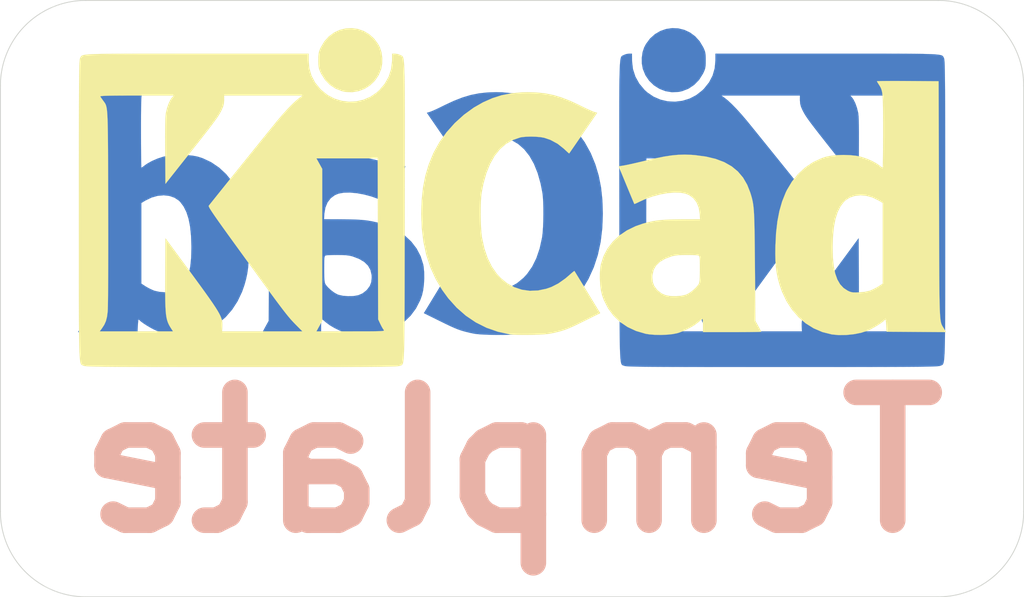
<source format=kicad_pcb>
(kicad_pcb (version 20240108) (generator "pcbnew") (generator_version "8.0")
  (title_block (title "${title}") (rev "${revision}") (company "${company}") (comment 1 "author: ${author}") (comment 2 "pid: ${pid}"))
  (layers (0 "F.Cu" signal) (31 "B.Cu" signal) (34 "B.Paste" user) (35 "F.Paste" user) (36 "B.SilkS" user "B.Silkscreen") (37 "F.SilkS" user "F.Silkscreen") (38 "B.Mask" user) (39 "F.Mask" user) (44 "Edge.Cuts" user))
  (property "author" "Author Name")
  (property "company" "Company Name")
  (property "pid" "project id")
  (property "revision" "0.1.0")
  (property "title" "template")
  (net 0 "")
  (footprint "Symbol:KiCad-Logo_40mm_SilkScreen" (layer "F.Cu") (at 160 53)
    (property "Reference" "REF**" (hide yes))
    (property "Value" "KiCad-Logo_40mm_SilkScreen" (hide yes))
    (fp_poly (pts (xy -18.076147 -19.650519) (xy -17.392473 -19.413475) (xy -16.755948 -19.040369) (xy -16.187475 -18.531249) (xy -15.707957 -17.886164) (xy -15.492558 -17.47957) (xy -15.306139 -16.910856) (xy -15.215783 -16.254297) (xy -15.225791 -15.579316) (xy -15.336888 -14.967668) (xy -15.640538 -14.220254) (xy -16.080859 -13.571926) (xy -16.635471 -13.035442) (xy -17.281992 -12.623556) (xy -17.998045 -12.349026) (xy -18.761249 -12.224609) (xy -19.549223 -12.26306) (xy -19.937635 -12.345233) (xy -20.694616 -12.639697) (xy -21.366937 -13.089033) (xy -21.938382 -13.679389) (xy -22.392732 -14.396911) (xy -22.431172 -14.475269) (xy -22.564057 -14.769316) (xy -22.647495 -15.016965) (xy -22.692796 -15.278216) (xy -22.711271 -15.613068) (xy -22.714337 -15.977419) (xy -22.709267 -16.415171) (xy -22.68638 -16.731635) (xy -22.634165 -16.987491) (xy -22.541108 -17.243421) (xy -22.426241 -17.495922) (xy -21.997791 -18.212699) (xy -21.470172 -18.793068) (xy -20.864288 -19.237078) (xy -20.201041 -19.544779) (xy -19.501333 -19.71622) (xy -18.786068 -19.75145) (xy -18.076147 -19.650519)) (stroke (width 0.01)) (fill solid) (layer "F.SilkS"))
    (fp_poly (pts (xy 2.91731 -12.197409) (xy 3.899021 -12.089935) (xy 4.850132 -11.897568) (xy 5.809334 -11.610276) (xy 6.81532 -11.218022) (xy 7.90678 -10.710775) (xy 8.103339 -10.612522) (xy 8.554413 -10.3903) (xy 8.979838 -10.190201) (xy 9.337626 -10.031336) (xy 9.585788 -9.932816) (xy 9.62391 -9.920412) (xy 9.989247 -9.810954) (xy 8.353853 -7.431821) (xy 7.954021 -6.85035) (xy 7.588463 -6.3191) (xy 7.269611 -5.856106) (xy 7.009897 -5.479405) (xy 6.821751 -5.207034) (xy 6.717605 -5.057029) (xy 6.700685 -5.033272) (xy 6.631963 -5.082943) (xy 6.462798 -5.232265) (xy 6.223446 -5.454115) (xy 6.091353 -5.579509) (xy 5.342942 -6.174774) (xy 4.502422 -6.627107) (xy 3.778136 -6.874876) (xy 3.343358 -6.952689) (xy 2.798978 -7.000108) (xy 2.209023 -7.016253) (xy 1.63752 -7.000245) (xy 1.148496 -6.951206) (xy 0.953357 -6.913649) (xy 0.073824 -6.611051) (xy -0.718739 -6.149014) (xy -1.423747 -5.528383) (xy -2.040612 -4.750003) (xy -2.568748 -3.814719) (xy -3.007568 -2.723375) (xy -3.356485 -1.476817) (xy -3.56385 -0.409678) (xy -3.617951 0.061422) (xy -3.654812 0.670014) (xy -3.67479 1.372365) (xy -3.678241 2.12474) (xy -3.665521 2.883406) (xy -3.636987 3.604629) (xy -3.592995 4.244675) (xy -3.5339 4.759809) (xy -3.521108 4.839288) (xy -3.239164 6.119535) (xy -2.855014 7.252612) (xy -2.366323 8.243595) (xy -1.770752 9.09756) (xy -1.348 9.559251) (xy -0.588248 10.186092) (xy 0.24496 10.650735) (xy 1.137568 10.950651) (xy 2.075522 11.083312) (xy 3.044766 11.04619) (xy 4.031244 10.836755) (xy 4.614467 10.631824) (xy 5.421553 10.221455) (xy 6.253401 9.632791) (xy 6.719365 9.234707) (xy 6.981005 9.004303) (xy 7.186568 8.835264) (xy 7.303576 8.753812) (xy 7.3181 8.751327) (xy 7.370325 8.834557) (xy 7.505643 9.054495) (xy 7.712525 9.392285) (xy 7.979445 9.829072) (xy 8.294876 10.346001) (xy 8.647289 10.924217) (xy 8.843446 11.246321) (xy 10.341756 13.707338) (xy 8.471057 14.631832) (xy 7.794681 14.963908) (xy 7.246759 15.225765) (xy 6.793798 15.430409) (xy 6.402305 15.590844) (xy 6.038789 15.720076) (xy 5.669755 15.83111) (xy 5.261713 15.936952) (xy 4.870609 16.029898) (xy 4.522985 16.101819) (xy 4.15944 16.156171) (xy 3.743579 16.19597) (xy 3.23901 16.224232) (xy 2.609337 16.243975) (xy 2.184946 16.252496) (xy 1.579411 16.258312) (xy 0.998779 16.25538) (xy 0.481476 16.244535) (xy 0.065926 16.226613) (xy -0.209446 16.20245) (xy -0.225764 16.200041) (xy -1.655696 15.890683) (xy -2.998501 15.421498) (xy -4.253705 14.792797) (xy -5.420838 14.004888) (xy -6.499426 13.058081) (xy -7.488997 11.952685) (xy -8.20567 10.970251) (xy -8.968629 9.684328) (xy -9.585369 8.326319) (xy -10.058872 6.885334) (xy -10.392119 5.350487) (xy -10.588094 3.71089) (xy -10.649836 2.045999) (xy -10.599056 0.435447) (xy -10.43948 -1.050525) (xy -10.166037 -2.436981) (xy -9.773656 -3.748987) (xy -9.257267 -5.011607) (xy -9.195608 -5.142417) (xy -8.516313 -6.365201) (xy -7.681992 -7.528801) (xy -6.716282 -8.609133) (xy -5.64282 -9.582111) (xy -4.485245 -10.423652) (xy -3.406621 -11.040952) (xy -2.316985 -11.524433) (xy -1.225036 -11.874656) (xy -0.088504 -12.101157) (xy 1.134884 -12.213466) (xy 1.866308 -12.230025) (xy 2.91731 -12.197409)) (stroke (width 0.01)) (fill solid) (layer "F.SilkS"))
    (fp_poly (pts (xy 45.369891 -13.54794) (xy 46.144181 -13.544763) (xy 46.407347 -13.543159) (xy 50.026164 -13.519355) (xy 50.071684 0.364158) (xy 50.077696 2.246803) (xy 50.083028 3.956215) (xy 50.088021 5.501238) (xy 50.09302 6.890713) (xy 50.098365 8.133485) (xy 50.1044 9.238396) (xy 50.111467 10.214289) (xy 50.119909 11.070007) (xy 50.130067 11.814393) (xy 50.142285 12.456291) (xy 50.156905 13.004543) (xy 50.174269 13.467992) (xy 50.19472 13.855482) (xy 50.2186 14.175855) (xy 50.246252 14.437954) (xy 50.278019 14.650623) (xy 50.314242 14.822704) (xy 50.355264 14.963041) (xy 50.401428 15.080476) (xy 50.453076 15.183852) (xy 50.510551 15.282014) (xy 50.574195 15.383802) (xy 50.644351 15.498062) (xy 50.658731 15.522399) (xy 50.899987 15.934072) (xy 43.926523 15.88638) (xy 43.881003 15.120475) (xy 43.856219 14.752911) (xy 43.830391 14.540408) (xy 43.795345 14.456089) (xy 43.742909 14.473075) (xy 43.698924 14.521661) (xy 43.507323 14.698639) (xy 43.195045 14.926123) (xy 42.806085 15.176933) (xy 42.384439 15.423889) (xy 41.974106 15.63981) (xy 41.659045 15.78187) (xy 40.920915 16.015316) (xy 40.074023 16.180681) (xy 39.180889 16.271648) (xy 38.304036 16.281896) (xy 37.505984 16.205109) (xy 37.492844 16.20291) (xy 36.400844 15.928898) (xy 35.378626 15.492334) (xy 34.436049 14.902602) (xy 33.582974 14.169086) (xy 32.82926 13.301171) (xy 32.184766 12.308241) (xy 31.659353 11.199679) (xy 31.37328 10.378495) (xy 31.18463 9.691484) (xy 31.044728 9.026224) (xy 30.949298 8.342301) (xy 30.894062 7.599302) (xy 30.874743 6.756816) (xy 30.8833 6.068873) (xy 37.601086 6.068873) (xy 37.632875 7.222441) (xy 37.733156 8.214891) (xy 37.905012 9.055032) (xy 38.151529 9.751673) (xy 38.475793 10.313622) (xy 38.880888 10.749687) (xy 39.348486 11.057951) (xy 39.591801 11.173031) (xy 39.802824 11.242025) (xy 40.038092 11.273589) (xy 40.354142 11.276384) (xy 40.694623 11.264094) (xy 41.364205 11.205034) (xy 41.893783 11.089378) (xy 42.060215 11.031445) (xy 42.44025 10.86034) (xy 42.841076 10.645476) (xy 43.016129 10.537921) (xy 43.471326 10.23935) (xy 43.471326 0.775687) (xy 42.970609 0.47555) (xy 42.272307 0.136409) (xy 41.558862 -0.064162) (xy 40.856366 -0.127347) (xy 40.190911 -0.054328) (xy 39.588591 0.15371) (xy 39.075497 0.495586) (xy 38.909938 0.659687) (xy 38.510874 1.197372) (xy 38.18788 1.848236) (xy 37.938259 2.623437) (xy 37.75931 3.534129) (xy 37.648333 4.59147) (xy 37.602631 5.806614) (xy 37.601086 6.068873) (xy 30.8833 6.068873) (xy 30.886863 5.78252) (xy 30.963608 4.283862) (xy 31.117927 2.932093) (xy 31.353882 1.707523) (xy 31.675538 0.590459) (xy 32.086958 -0.43879) (xy 32.233772 -0.743928) (xy 32.825136 -1.739012) (xy 33.539768 -2.623308) (xy 34.360865 -3.382541) (xy 35.271626 -4.002439) (xy 36.255247 -4.468726) (xy 36.844865 -4.661072) (xy 37.423929 -4.775259) (xy 38.120683 -4.843197) (xy 38.876715 -4.864916) (xy 39.633616 -4.840446) (xy 40.332974 -4.769817) (xy 40.894507 -4.659015) (xy 41.562859 -4.441727) (xy 42.21065 -4.16231) (xy 42.777416 -3.849067) (xy 43.07907 -3.636473) (xy 43.287147 -3.478387) (xy 43.432845 -3.382129) (xy 43.465987 -3.368459) (xy 43.476263 -3.45653) (xy 43.485844 -3.70887) (xy 43.494518 -4.107672) (xy 43.502072 -4.635125) (xy 43.508294 -5.273422) (xy 43.512971 -6.004753) (xy 43.515892 -6.811311) (xy 43.516845 -7.632843) (xy 43.516313 -8.685081) (xy 43.513695 -9.572209) (xy 43.507463 -10.311197) (xy 43.496085 -10.919013) (xy 43.478031 -11.412626) (xy 43.451773 -11.809004) (xy 43.415779 -12.125116) (xy 43.368519 -12.377932) (xy 43.308464 -12.584419) (xy 43.234084 -12.761547) (xy 43.143847 -12.926283) (xy 43.036225 -13.095598) (xy 43.022379 -13.116561) (xy 42.883571 -13.33585) (xy 42.799766 -13.486641) (xy 42.78853 -13.518448) (xy 42.876343 -13.528483) (xy 43.126897 -13.536647) (xy 43.520859 -13.542806) (xy 44.038899 -13.546829) (xy 44.661687 -13.548585) (xy 45.369891 -13.54794)) (stroke (width 0.01)) (fill solid) (layer "F.SilkS"))
    (fp_poly (pts (xy 21.003171 -4.878774) (xy 21.45424 -4.84463) (xy 22.744807 -4.672925) (xy 23.887739 -4.399057) (xy 24.888601 -4.019258) (xy 25.752962 -3.529759) (xy 26.486389 -2.926793) (xy 27.094447 -2.206592) (xy 27.582705 -1.365386) (xy 27.939238 -0.455197) (xy 28.029739 -0.164862) (xy 28.108547 0.107024) (xy 28.17659 0.375097) (xy 28.234799 0.653997) (xy 28.284101 0.958361) (xy 28.325426 1.302825) (xy 28.359703 1.70203) (xy 28.387861 2.170611) (xy 28.410829 2.723206) (xy 28.429537 3.374454) (xy 28.444913 4.138993) (xy 28.457886 5.031459) (xy 28.469385 6.066491) (xy 28.48034 7.258726) (xy 28.488172 8.193548) (xy 28.54086 14.611828) (xy 28.882258 15.229478) (xy 29.043918 15.527037) (xy 29.16422 15.758161) (xy 29.221612 15.88118) (xy 29.223655 15.889514) (xy 29.135934 15.899051) (xy 28.886037 15.907838) (xy 28.49387 15.915629) (xy 27.979334 15.922176) (xy 27.362335 15.927233) (xy 26.662776 15.930551) (xy 25.900559 15.931885) (xy 25.809677 15.9319) (xy 22.395698 15.9319) (xy 22.395698 15.158064) (xy 22.389877 14.808356) (xy 22.374342 14.540903) (xy 22.351989 14.397504) (xy 22.342108 14.384229) (xy 22.251745 14.439834) (xy 22.065771 14.58577) (xy 21.824052 14.790719) (xy 21.818632 14.79546) (xy 21.377526 15.123867) (xy 20.820444 15.45363) (xy 20.210334 15.752354) (xy 19.610143 15.987643) (xy 19.345878 16.068048) (xy 18.819971 16.170172) (xy 18.174659 16.23534) (xy 17.469013 16.262623) (xy 16.762107 16.251091) (xy 16.113014 16.199817) (xy 15.658781 16.126036) (xy 14.544848 15.798921) (xy 13.542011 15.33273) (xy 12.656799 14.733247) (xy 11.895737 14.006255) (xy 11.265354 13.157538) (xy 10.772177 12.19288) (xy 10.559416 11.607527) (xy 10.426077 11.038589) (xy 10.337711 10.355595) (xy 10.296824 9.621547) (xy 10.298169 9.514735) (xy 16.455376 9.514735) (xy 16.506434 10.060177) (xy 16.67645 10.513474) (xy 16.990683 10.934026) (xy 17.111371 11.057344) (xy 17.540401 11.390736) (xy 18.036283 11.604313) (xy 18.630379 11.707699) (xy 19.255996 11.715309) (xy 19.849381 11.665047) (xy 20.303708 11.566736) (xy 20.501021 11.492896) (xy 20.856651 11.291652) (xy 21.233458 11.008631) (xy 21.577251 10.690985) (xy 21.833836 10.385867) (xy 21.901971 10.273938) (xy 21.954936 10.117191) (xy 21.992594 9.867776) (xy 22.016697 9.501867) (xy 22.029001 8.99564) (xy 22.031541 8.51385) (xy 22.02982 7.952147) (xy 22.022869 7.545996) (xy 22.008007 7.268886) (xy 21.982552 7.094308) (xy 21.943822 6.995752) (xy 21.889136 6.946709) (xy 21.872222 6.938899) (xy 21.725236 6.914842) (xy 21.435336 6.895167) (xy 21.041669 6.881645) (xy 20.583381 6.87605) (xy 20.48387 6.876045) (xy 19.871287 6.885821) (xy 19.398025 6.914898) (xy 19.021971 6.967257) (xy 18.711342 7.043727) (xy 17.94082 7.335118) (xy 17.336578 7.693368) (xy 16.893383 8.124207) (xy 16.606004 8.633366) (xy 16.469209 9.226574) (xy 16.455376 9.514735) (xy 10.298169 9.514735) (xy 10.305921 8.899447) (xy 10.367509 8.252296) (xy 10.415548 7.99084) (xy 10.722301 7.020058) (xy 11.188746 6.126847) (xy 11.806079 5.319773) (xy 12.565495 4.607404) (xy 13.45819 3.998307) (xy 14.475358 3.501049) (xy 15.340143 3.19909) (xy 15.918114 3.040453) (xy 16.470941 2.917185) (xy 17.034431 2.825285) (xy 17.644392 2.760748) (xy 18.336632 2.719572) (xy 19.146958 2.697754) (xy 19.879575 2.69161) (xy 22.051981 2.685663) (xy 22.010366 2.03266) (xy 21.89219 1.324142) (xy 21.640804 0.715144) (xy 21.266911 0.220872) (xy 20.781213 -0.143467) (xy 20.353547 -0.321253) (xy 19.740784 -0.433301) (xy 19.011314 -0.449391) (xy 18.199333 -0.375456) (xy 17.339036 -0.217427) (xy 16.464618 0.018764) (xy 15.610274 0.327185) (xy 14.989415 0.60926) (xy 14.690704 0.754105) (xy 14.462863 0.855269) (xy 14.346992 0.894743) (xy 14.340703 0.893477) (xy 14.300718 0.805059) (xy 14.200874 0.5707) (xy 14.050567 0.212851) (xy 13.85919 -0.246033) (xy 13.636141 -0.783502) (xy 13.409414 -1.332016) (xy 12.502991 -3.528906) (xy 13.147732 -3.634804) (xy 13.427183 -3.687937) (xy 13.847277 -3.777176) (xy 14.372026 -3.894422) (xy 14.965445 -4.031572) (xy 15.591545 -4.180526) (xy 15.84086 -4.241057) (xy 16.919461 -4.491229) (xy 17.863774 -4.678792) (xy 18.70905 -4.807538) (xy 19.49054 -4.881257) (xy 20.243497 -4.903739) (xy 21.003171 -4.878774)) (stroke (width 0.01)) (fill solid) (layer "F.SilkS"))
    (fp_poly (pts (xy -39.491485 -16.751528) (xy -37.737477 -16.751291) (xy -36.921009 -16.751255) (xy -23.85233 -16.751255) (xy -23.85233 -15.980888) (xy -23.770106 -15.043413) (xy -23.521945 -14.178803) (xy -23.10562 -13.381919) (xy -22.5189 -12.647621) (xy -22.320394 -12.449301) (xy -21.606317 -11.886763) (xy -20.818964 -11.476492) (xy -19.981722 -11.2183) (xy -19.117975 -11.112002) (xy -18.251109 -11.157412) (xy -17.404509 -11.354343) (xy -16.601561 -11.702608) (xy -15.865651 -12.202023) (xy -15.535143 -12.503329) (xy -14.919243 -13.24208) (xy -14.467612 -14.054462) (xy -14.184187 -14.931191) (xy -14.072906 -15.86298) (xy -14.071427 -15.954645) (xy -14.065592 -16.751225) (xy -13.715481 -16.75124) (xy -13.4049 -16.709089) (xy -13.121185 -16.606531) (xy -13.102436 -16.595936) (xy -13.038357 -16.562687) (xy -12.979514 -16.536793) (xy -12.925693 -16.510711) (xy -12.876683 -16.476899) (xy -12.832269 -16.427815) (xy -12.79224 -16.355917) (xy -12.756384 -16.253662) (xy -12.724486 -16.113509) (xy -12.696335 -15.927914) (xy -12.671718 -15.689336) (xy -12.650423 -15.390232) (xy -12.632236 -15.023061) (xy -12.616945 -14.58028) (xy -12.604337 -14.054346) (xy -12.5942 -13.437718) (xy -12.586321 -12.722853) (xy -12.580488 -11.902209) (xy -12.576487 -10.968244) (xy -12.574107 -9.913415) (xy -12.573133 -8.730181) (xy -12.573355 -7.410998) (xy -12.574558 -5.948326) (xy -12.576531 -4.334621) (xy -12.579061 -2.562341) (xy -12.581935 -0.623944) (xy -12.58494 1.488112) (xy -12.585289 1.745431) (xy -12.587983 3.870956) (xy -12.59027 5.821942) (xy -12.59239 7.605928) (xy -12.594587 9.230453) (xy -12.597101 10.703056) (xy -12.600176 12.031275) (xy -12.604053 13.222649) (xy -12.608975 14.284718) (xy -12.615183 15.225019) (xy -12.62292 16.051093) (xy -12.632428 16.770477) (xy -12.643949 17.39071) (xy -12.657725 17.919332) (xy -12.673999 18.363881) (xy -12.693012 18.731896) (xy -12.715006 19.030916) (xy -12.740224 19.26848) (xy -12.768908 19.452126) (xy -12.8013 19.589393) (xy -12.837641 19.687821) (xy -12.878175 19.754948) (xy -12.923144 19.798312) (xy -12.972788 19.825453) (xy -13.027352 19.84391) (xy -13.087076 19.861221) (xy -13.152202 19.884925) (xy -13.168112 19.892141) (xy -13.218114 19.908355) (xy -13.301802 19.923253) (xy -13.426485 19.936887) (xy -13.599471 19.94931) (xy -13.828065 19.960576) (xy -14.119576 19.970737) (xy -14.481312 19.979847) (xy -14.920579 19.987958) (xy -15.444685 19.995123) (xy -16.060937 20.001396) (xy -16.776643 20.00683) (xy -17.599111 20.011478) (xy -18.535647 20.015392) (xy -19.593559 20.018625) (xy -20.780154 20.021232) (xy -22.10274 20.023264) (xy -23.568625 20.024775) (xy -25.185115 20.025818) (xy -26.959519 20.026446) (xy -28.899142 20.026711) (xy -31.011294 20.026668) (xy -31.69548 20.026601) (xy -33.854488 20.026254) (xy -35.838813 20.025688) (xy -37.655849 20.024843) (xy -39.31299 20.023662) (xy -40.817632 20.022088) (xy -42.17717 20.020062) (xy -43.398998 20.017527) (xy -44.490511 20.014425) (xy -45.459104 20.010698) (xy -46.312172 20.006289) (xy -47.05711 20.001139) (xy -47.701312 19.995191) (xy -48.252174 19.988387) (xy -48.71709 19.980669) (xy -49.103455 19.97198) (xy -49.418664 19.962261) (xy -49.670112 19.951455) (xy -49.865193 19.939505) (xy -50.011304 19.926352) (xy -50.115837 19.911938) (xy -50.186189 19.896206) (xy -50.224542 19.8818) (xy -50.292704 19.853054) (xy -50.355289 19.831856) (xy -50.412534 19.810678) (xy -50.464674 19.781991) (xy -50.511947 19.738267) (xy -50.55459 19.671979) (xy -50.59284 19.575598) (xy -50.626933 19.441596) (xy -50.657107 19.262444) (xy -50.683599 19.030616) (xy -50.706646 18.738581) (xy -50.726484 18.378814) (xy -50.74335 17.943784) (xy -50.757482 17.425964) (xy -50.769116 16.817826) (xy -50.77849 16.111842) (xy -50.780944 15.84086) (xy -48.351202 15.84086) (xy -39.763289 15.84086) (xy -39.928536 15.590502) (xy -40.092924 15.333226) (xy -40.232131 15.088232) (xy -40.348136 14.838375) (xy -40.442921 14.56651) (xy -40.518466 14.255492) (xy -40.576749 13.888176) (xy -40.619752 13.447416) (xy -40.649455 12.916067) (xy -40.667837 12.276985) (xy -40.676879 11.513024) (xy -40.678561 10.607039) (xy -40.674863 9.541886) (xy -40.672766 9.14644) (xy -40.649104 4.907078) (xy -37.963441 8.563369) (xy -37.202597 9.600612) (xy -36.543417 10.50381) (xy -35.978782 11.284929) (xy -35.501577 11.955934) (xy -35.104682 12.528791) (xy -34.780981 13.015467) (xy -34.523355 13.427928) (xy -34.324688 13.778139) (xy -34.177862 14.078066) (xy -34.075758 14.339676) (xy -34.01126 14.574934) (xy -33.97725 14.795806) (xy -33.96661 15.014258) (xy -33.972223 15.242256) (xy -33.973655 15.270914) (xy -34.003226 15.841242) (xy -29.297454 15.841051) (xy -24.591681 15.84086) (xy -25.291719 15.134999) (xy -25.481679 14.94194) (xy -25.661886 14.754085) (xy -25.840251 14.561075) (xy -26.02468 14.352548) (xy -26.223084 14.118145) (xy -26.443369 13.847505) (xy -26.693446 13.530269) (xy -26.981223 13.156076) (xy -27.314608 12.714566) (xy -27.701511 12.195379) (xy -28.149839 11.588155) (xy -28.667501 10.882533) (xy -29.262407 10.068154) (xy -29.942464 9.134657) (xy -30.715582 8.071682) (xy -31.349271 7.199732) (xy -32.144574 6.104306) (xy -32.83836 5.146524) (xy -33.436914 4.31729) (xy -33.946522 3.607513) (xy -34.373468 3.008099) (xy -34.724038 2.509955) (xy -35.004517 2.103987) (xy -35.221189 1.781103) (xy -35.380341 1.532208) (xy -35.488256 1.34821) (xy -35.551219 1.220014) (xy -35.575517 1.138529) (xy -35.568213 1.095688) (xy -35.479709 0.981681) (xy -35.288359 0.74036) (xy -35.005709 0.386068) (xy -34.643305 -0.06685) (xy -34.212692 -0.604051) (xy -33.725418 -1.211191) (xy -33.193028 -1.873925) (xy -32.627068 -2.57791) (xy -32.039084 -3.308801) (xy -31.440622 -4.052256) (xy -31.111448 -4.460932) (xy -22.938491 -4.460932) (xy -22.598816 -3.846416) (xy -22.25914 -3.2319) (xy -22.25914 14.611828) (xy -22.598816 15.226344) (xy -22.938491 15.84086) (xy -18.920369 15.84086) (xy -17.961135 15.840581) (xy -17.168822 15.839323) (xy -16.528271 15.836451) (xy -16.024325 15.831332) (xy -15.641827 15.823334) (xy -15.365617 15.811822) (xy -15.180538 15.796163) (xy -15.071432 15.775724) (xy -15.023142 15.749871) (xy -15.020508 15.717971) (xy -15.048375 15.679391) (xy -15.048663 15.679072) (xy -15.163452 15.513024) (xy -15.315455 15.243035) (xy -15.449691 14.973516) (xy -15.704302 14.429749) (xy -15.730269 4.984409) (xy -15.756236 -4.460932) (xy -22.938491 -4.460932) (xy -31.111448 -4.460932) (xy -30.843229 -4.793929) (xy -30.258451 -5.519477) (xy -29.697832 -6.214555) (xy -29.172921 -6.864821) (xy -28.695262 -7.45593) (xy -28.276401 -7.973537) (xy -27.927886 -8.4033) (xy -27.661261 -8.730873) (xy -27.504658 -8.921864) (xy -26.896543 -9.636065) (xy -26.311506 -10.280566) (xy -25.770051 -10.834267) (xy -25.292682 -11.276067) (xy -24.953904 -11.546929) (xy -24.553327 -11.835126) (xy -33.766131 -11.835126) (xy -33.763545 -11.294512) (xy -33.789293 -10.897057) (xy -33.886094 -10.528578) (xy -34.035939 -10.179279) (xy -34.133346 -9.981947) (xy -34.238075 -9.786418) (xy -34.359694 -9.579712) (xy -34.50777 -9.348848) (xy -34.69187 -9.080847) (xy -34.921561 -8.762728) (xy -35.20641 -8.381511) (xy -35.555984 -7.924215) (xy -35.97985 -7.377859) (xy -36.487575 -6.729465) (xy -37.088727 -5.966051) (xy -37.792871 -5.074637) (xy -37.872402 -4.974056) (xy -40.649104 -1.462684) (xy -40.675985 -5.351593) (xy -40.681397 -6.516435) (xy -40.680245 -7.502565) (xy -40.672472 -8.313234) (xy -40.658021 -8.951691) (xy -40.636836 -9.421187) (xy -40.608862 -9.724973) (xy -40.59946 -9.7826) (xy -40.451946 -10.38961) (xy -40.258671 -10.936832) (xy -40.038121 -11.37682) (xy -39.905624 -11.563427) (xy -39.677005 -11.835126) (xy -44.014843 -11.835126) (xy -45.049615 -11.834241) (xy -45.914924 -11.831361) (xy -46.623378 -11.826152) (xy -47.187587 -11.818276) (xy -47.620159 -11.807398) (xy -47.933702 -11.793182) (xy -48.140825 -11.775291) (xy -48.254137 -11.753389) (xy -48.286246 -11.72714) (xy -48.284025 -11.721326) (xy -48.192067 -11.582522) (xy -48.038546 -11.362505) (xy -47.959117 -11.251231) (xy -47.876996 -11.140188) (xy -47.803183 -11.040886) (xy -47.737211 -10.943555) (xy -47.678617 -10.838421) (xy -47.626936 -10.715712) (xy -47.581702 -10.565656) (xy -47.542452 -10.378482) (xy -47.50872 -10.144416) (xy -47.480041 -9.853686) (xy -47.455952 -9.496521) (xy -47.435986 -9.063149) (xy -47.41968 -8.543796) (xy -47.406569 -7.928691) (xy -47.396188 -7.208061) (xy -47.388072 -6.372135) (xy -47.381757 -5.41114) (xy -47.376777 -4.315304) (xy -47.372669 -3.074855) (xy -47.368966 -1.680021) (xy -47.365206 -0.121028) (xy -47.361691 1.311181) (xy -47.358372 2.907843) (xy -47.356647 4.431208) (xy -47.356469 5.871546) (xy -47.357792 7.219126) (xy -47.360572 8.464217) (xy -47.364761 9.597089) (xy -47.370314 10.608013) (xy -47.377185 11.487257) (xy -47.385329 12.225091) (xy -47.394699 12.811785) (xy -47.405251 13.237609) (xy -47.416938 13.492832) (xy -47.419149 13.519804) (xy -47.499682 14.13856) (xy -47.625411 14.635489) (xy -47.816878 15.069169) (xy -48.094627 15.498174) (xy -48.129369 15.544982) (xy -48.351202 15.84086) (xy -50.780944 15.84086) (xy -50.785839 15.300484) (xy -50.791402 14.376223) (xy -50.795414 13.331531) (xy -50.798114 12.158881) (xy -50.799738 10.850743) (xy -50.800521 9.39959) (xy -50.800703 7.797894) (xy -50.80052 6.038126) (xy -50.800209 4.112759) (xy -50.800006 2.014264) (xy -50.8 1.59767) (xy -50.799882 -0.522926) (xy -50.799488 -2.468916) (xy -50.79876 -4.247773) (xy -50.79764 -5.86697) (xy -50.796071 -7.333982) (xy -50.793994 -8.656279) (xy -50.791351 -9.841336) (xy -50.788085 -10.896626) (xy -50.784138 -11.829622) (xy -50.779451 -12.647796) (xy -50.773967 -13.358621) (xy -50.767627 -13.969572) (xy -50.760374 -14.48812) (xy -50.75215 -14.921739) (xy -50.742896 -15.277902) (xy -50.732555 -15.564082) (xy -50.72107 -15.787752) (xy -50.708381 -15.956385) (xy -50.694431 -16.077453) (xy -50.679161 -16.158431) (xy -50.662515 -16.206791) (xy -50.6619 -16.207998) (xy -50.627614 -16.281875) (xy -50.599058 -16.348759) (xy -50.567469 -16.408995) (xy -50.524084 -16.462931) (xy -50.460143 -16.510913) (xy -50.366883 -16.553287) (xy -50.235542 -16.5904) (xy -50.057357 -16.622597) (xy -49.823568 -16.650227) (xy -49.525411 -16.673634) (xy -49.154124 -16.693165) (xy -48.700946 -16.709167) (xy -48.157115 -16.721987) (xy -47.513868 -16.731969) (xy -46.762443 -16.739462) (xy -45.894078 -16.744812) (xy -44.900012 -16.748364) (xy -43.771481 -16.750465) (xy -42.499724 -16.751462) (xy -41.07598 -16.751701) (xy -39.491485 -16.751528)) (stroke (width 0.01)) (fill solid) (layer "F.SilkS"))
  )
  (footprint "Symbol:KiCad-Logo_40mm_Copper" (layer "B.Cu") (at 160 53 180)
    (property "Reference" "REF**" (hide yes))
    (property "Value" "KiCad-Logo_40mm_Copper" (hide yes))
    (fp_poly (pts (xy -18.076147 19.650519) (xy -17.392473 19.413475) (xy -16.755948 19.040369) (xy -16.187475 18.531249) (xy -15.707957 17.886164) (xy -15.492558 17.47957) (xy -15.306139 16.910856) (xy -15.215783 16.254297) (xy -15.225791 15.579316) (xy -15.336888 14.967668) (xy -15.640538 14.220254) (xy -16.080859 13.571926) (xy -16.635471 13.035442) (xy -17.281992 12.623556) (xy -17.998045 12.349026) (xy -18.761249 12.224609) (xy -19.549223 12.26306) (xy -19.937635 12.345233) (xy -20.694616 12.639697) (xy -21.366937 13.089033) (xy -21.938382 13.679389) (xy -22.392732 14.396911) (xy -22.431172 14.475269) (xy -22.564057 14.769316) (xy -22.647495 15.016965) (xy -22.692796 15.278216) (xy -22.711271 15.613068) (xy -22.714337 15.977419) (xy -22.709267 16.415171) (xy -22.68638 16.731635) (xy -22.634165 16.987491) (xy -22.541108 17.243421) (xy -22.426241 17.495922) (xy -21.997791 18.212699) (xy -21.470172 18.793068) (xy -20.864288 19.237078) (xy -20.201041 19.544779) (xy -19.501333 19.71622) (xy -18.786068 19.75145) (xy -18.076147 19.650519)) (stroke (width 0.01)) (fill solid) (layer "B.Cu"))
    (fp_poly (pts (xy 2.91731 12.197409) (xy 3.899021 12.089935) (xy 4.850132 11.897568) (xy 5.809334 11.610276) (xy 6.81532 11.218022) (xy 7.90678 10.710775) (xy 8.103339 10.612522) (xy 8.554413 10.3903) (xy 8.979838 10.190201) (xy 9.337626 10.031336) (xy 9.585788 9.932816) (xy 9.62391 9.920412) (xy 9.989247 9.810954) (xy 8.353853 7.431821) (xy 7.954021 6.85035) (xy 7.588463 6.3191) (xy 7.269611 5.856106) (xy 7.009897 5.479405) (xy 6.821751 5.207034) (xy 6.717605 5.057029) (xy 6.700685 5.033272) (xy 6.631963 5.082943) (xy 6.462798 5.232265) (xy 6.223446 5.454115) (xy 6.091353 5.579509) (xy 5.342942 6.174774) (xy 4.502422 6.627107) (xy 3.778136 6.874876) (xy 3.343358 6.952689) (xy 2.798978 7.000108) (xy 2.209023 7.016253) (xy 1.63752 7.000245) (xy 1.148496 6.951206) (xy 0.953357 6.913649) (xy 0.073824 6.611051) (xy -0.718739 6.149014) (xy -1.423747 5.528383) (xy -2.040612 4.750003) (xy -2.568748 3.814719) (xy -3.007568 2.723375) (xy -3.356485 1.476817) (xy -3.56385 0.409678) (xy -3.617951 -0.061422) (xy -3.654812 -0.670014) (xy -3.67479 -1.372365) (xy -3.678241 -2.12474) (xy -3.665521 -2.883406) (xy -3.636987 -3.604629) (xy -3.592995 -4.244675) (xy -3.5339 -4.759809) (xy -3.521108 -4.839288) (xy -3.239164 -6.119535) (xy -2.855014 -7.252612) (xy -2.366323 -8.243595) (xy -1.770752 -9.09756) (xy -1.348 -9.559251) (xy -0.588248 -10.186092) (xy 0.24496 -10.650735) (xy 1.137568 -10.950651) (xy 2.075522 -11.083312) (xy 3.044766 -11.04619) (xy 4.031244 -10.836755) (xy 4.614467 -10.631824) (xy 5.421553 -10.221455) (xy 6.253401 -9.632791) (xy 6.719365 -9.234707) (xy 6.981005 -9.004303) (xy 7.186568 -8.835264) (xy 7.303576 -8.753812) (xy 7.3181 -8.751327) (xy 7.370325 -8.834557) (xy 7.505643 -9.054495) (xy 7.712525 -9.392285) (xy 7.979445 -9.829072) (xy 8.294876 -10.346001) (xy 8.647289 -10.924217) (xy 8.843446 -11.246321) (xy 10.341756 -13.707338) (xy 8.471057 -14.631832) (xy 7.794681 -14.963908) (xy 7.246759 -15.225765) (xy 6.793798 -15.430409) (xy 6.402305 -15.590844) (xy 6.038789 -15.720076) (xy 5.669755 -15.83111) (xy 5.261713 -15.936952) (xy 4.870609 -16.029898) (xy 4.522985 -16.101819) (xy 4.15944 -16.156171) (xy 3.743579 -16.19597) (xy 3.23901 -16.224232) (xy 2.609337 -16.243975) (xy 2.184946 -16.252496) (xy 1.579411 -16.258312) (xy 0.998779 -16.25538) (xy 0.481476 -16.244535) (xy 0.065926 -16.226613) (xy -0.209446 -16.20245) (xy -0.225764 -16.200041) (xy -1.655696 -15.890683) (xy -2.998501 -15.421498) (xy -4.253705 -14.792797) (xy -5.420838 -14.004888) (xy -6.499426 -13.058081) (xy -7.488997 -11.952685) (xy -8.20567 -10.970251) (xy -8.968629 -9.684328) (xy -9.585369 -8.326319) (xy -10.058872 -6.885334) (xy -10.392119 -5.350487) (xy -10.588094 -3.71089) (xy -10.649836 -2.045999) (xy -10.599056 -0.435447) (xy -10.43948 1.050525) (xy -10.166037 2.436981) (xy -9.773656 3.748987) (xy -9.257267 5.011607) (xy -9.195608 5.142417) (xy -8.516313 6.365201) (xy -7.681992 7.528801) (xy -6.716282 8.609133) (xy -5.64282 9.582111) (xy -4.485245 10.423652) (xy -3.406621 11.040952) (xy -2.316985 11.524433) (xy -1.225036 11.874656) (xy -0.088504 12.101157) (xy 1.134884 12.213466) (xy 1.866308 12.230025) (xy 2.91731 12.197409)) (stroke (width 0.01)) (fill solid) (layer "B.Cu"))
    (fp_poly (pts (xy 45.369891 13.54794) (xy 46.144181 13.544763) (xy 46.407347 13.543159) (xy 50.026164 13.519355) (xy 50.071684 -0.364158) (xy 50.077696 -2.246803) (xy 50.083028 -3.956215) (xy 50.088021 -5.501238) (xy 50.09302 -6.890713) (xy 50.098365 -8.133485) (xy 50.1044 -9.238396) (xy 50.111467 -10.214289) (xy 50.119909 -11.070007) (xy 50.130067 -11.814393) (xy 50.142285 -12.456291) (xy 50.156905 -13.004543) (xy 50.174269 -13.467992) (xy 50.19472 -13.855482) (xy 50.2186 -14.175855) (xy 50.246252 -14.437954) (xy 50.278019 -14.650623) (xy 50.314242 -14.822704) (xy 50.355264 -14.963041) (xy 50.401428 -15.080476) (xy 50.453076 -15.183852) (xy 50.510551 -15.282014) (xy 50.574195 -15.383802) (xy 50.644351 -15.498062) (xy 50.658731 -15.522399) (xy 50.899987 -15.934072) (xy 43.926523 -15.88638) (xy 43.881003 -15.120475) (xy 43.856219 -14.752911) (xy 43.830391 -14.540408) (xy 43.795345 -14.456089) (xy 43.742909 -14.473075) (xy 43.698924 -14.521661) (xy 43.507323 -14.698639) (xy 43.195045 -14.926123) (xy 42.806085 -15.176933) (xy 42.384439 -15.423889) (xy 41.974106 -15.63981) (xy 41.659045 -15.78187) (xy 40.920915 -16.015316) (xy 40.074023 -16.180681) (xy 39.180889 -16.271648) (xy 38.304036 -16.281896) (xy 37.505984 -16.205109) (xy 37.492844 -16.20291) (xy 36.400844 -15.928898) (xy 35.378626 -15.492334) (xy 34.436049 -14.902602) (xy 33.582974 -14.169086) (xy 32.82926 -13.301171) (xy 32.184766 -12.308241) (xy 31.659353 -11.199679) (xy 31.37328 -10.378495) (xy 31.18463 -9.691484) (xy 31.044728 -9.026224) (xy 30.949298 -8.342301) (xy 30.894062 -7.599302) (xy 30.874743 -6.756816) (xy 30.8833 -6.068873) (xy 37.601086 -6.068873) (xy 37.632875 -7.222441) (xy 37.733156 -8.214891) (xy 37.905012 -9.055032) (xy 38.151529 -9.751673) (xy 38.475793 -10.313622) (xy 38.880888 -10.749687) (xy 39.348486 -11.057951) (xy 39.591801 -11.173031) (xy 39.802824 -11.242025) (xy 40.038092 -11.273589) (xy 40.354142 -11.276384) (xy 40.694623 -11.264094) (xy 41.364205 -11.205034) (xy 41.893783 -11.089378) (xy 42.060215 -11.031445) (xy 42.44025 -10.86034) (xy 42.841076 -10.645476) (xy 43.016129 -10.537921) (xy 43.471326 -10.23935) (xy 43.471326 -0.775687) (xy 42.970609 -0.47555) (xy 42.272307 -0.136409) (xy 41.558862 0.064162) (xy 40.856366 0.127347) (xy 40.190911 0.054328) (xy 39.588591 -0.15371) (xy 39.075497 -0.495586) (xy 38.909938 -0.659687) (xy 38.510874 -1.197372) (xy 38.18788 -1.848236) (xy 37.938259 -2.623437) (xy 37.75931 -3.534129) (xy 37.648333 -4.59147) (xy 37.602631 -5.806614) (xy 37.601086 -6.068873) (xy 30.8833 -6.068873) (xy 30.886863 -5.78252) (xy 30.963608 -4.283862) (xy 31.117927 -2.932093) (xy 31.353882 -1.707523) (xy 31.675538 -0.590459) (xy 32.086958 0.43879) (xy 32.233772 0.743928) (xy 32.825136 1.739012) (xy 33.539768 2.623308) (xy 34.360865 3.382541) (xy 35.271626 4.002439) (xy 36.255247 4.468726) (xy 36.844865 4.661072) (xy 37.423929 4.775259) (xy 38.120683 4.843197) (xy 38.876715 4.864916) (xy 39.633616 4.840446) (xy 40.332974 4.769817) (xy 40.894507 4.659015) (xy 41.562859 4.441727) (xy 42.21065 4.16231) (xy 42.777416 3.849067) (xy 43.07907 3.636473) (xy 43.287147 3.478387) (xy 43.432845 3.382129) (xy 43.465987 3.368459) (xy 43.476263 3.45653) (xy 43.485844 3.70887) (xy 43.494518 4.107672) (xy 43.502072 4.635125) (xy 43.508294 5.273422) (xy 43.512971 6.004753) (xy 43.515892 6.811311) (xy 43.516845 7.632843) (xy 43.516313 8.685081) (xy 43.513695 9.572209) (xy 43.507463 10.311197) (xy 43.496085 10.919013) (xy 43.478031 11.412626) (xy 43.451773 11.809004) (xy 43.415779 12.125116) (xy 43.368519 12.377932) (xy 43.308464 12.584419) (xy 43.234084 12.761547) (xy 43.143847 12.926283) (xy 43.036225 13.095598) (xy 43.022379 13.116561) (xy 42.883571 13.33585) (xy 42.799766 13.486641) (xy 42.78853 13.518448) (xy 42.876343 13.528483) (xy 43.126897 13.536647) (xy 43.520859 13.542806) (xy 44.038899 13.546829) (xy 44.661687 13.548585) (xy 45.369891 13.54794)) (stroke (width 0.01)) (fill solid) (layer "B.Cu"))
    (fp_poly (pts (xy 21.003171 4.878774) (xy 21.45424 4.84463) (xy 22.744807 4.672925) (xy 23.887739 4.399057) (xy 24.888601 4.019258) (xy 25.752962 3.529759) (xy 26.486389 2.926793) (xy 27.094447 2.206592) (xy 27.582705 1.365386) (xy 27.939238 0.455197) (xy 28.029739 0.164862) (xy 28.108547 -0.107024) (xy 28.17659 -0.375097) (xy 28.234799 -0.653997) (xy 28.284101 -0.958361) (xy 28.325426 -1.302825) (xy 28.359703 -1.70203) (xy 28.387861 -2.170611) (xy 28.410829 -2.723206) (xy 28.429537 -3.374454) (xy 28.444913 -4.138993) (xy 28.457886 -5.031459) (xy 28.469385 -6.066491) (xy 28.48034 -7.258726) (xy 28.488172 -8.193548) (xy 28.54086 -14.611828) (xy 28.882258 -15.229478) (xy 29.043918 -15.527037) (xy 29.16422 -15.758161) (xy 29.221612 -15.88118) (xy 29.223655 -15.889514) (xy 29.135934 -15.899051) (xy 28.886037 -15.907838) (xy 28.49387 -15.915629) (xy 27.979334 -15.922176) (xy 27.362335 -15.927233) (xy 26.662776 -15.930551) (xy 25.900559 -15.931885) (xy 25.809677 -15.9319) (xy 22.395698 -15.9319) (xy 22.395698 -15.158064) (xy 22.389877 -14.808356) (xy 22.374342 -14.540903) (xy 22.351989 -14.397504) (xy 22.342108 -14.384229) (xy 22.251745 -14.439834) (xy 22.065771 -14.58577) (xy 21.824052 -14.790719) (xy 21.818632 -14.79546) (xy 21.377526 -15.123867) (xy 20.820444 -15.45363) (xy 20.210334 -15.752354) (xy 19.610143 -15.987643) (xy 19.345878 -16.068048) (xy 18.819971 -16.170172) (xy 18.174659 -16.23534) (xy 17.469013 -16.262623) (xy 16.762107 -16.251091) (xy 16.113014 -16.199817) (xy 15.658781 -16.126036) (xy 14.544848 -15.798921) (xy 13.542011 -15.33273) (xy 12.656799 -14.733247) (xy 11.895737 -14.006255) (xy 11.265354 -13.157538) (xy 10.772177 -12.19288) (xy 10.559416 -11.607527) (xy 10.426077 -11.038589) (xy 10.337711 -10.355595) (xy 10.296824 -9.621547) (xy 10.298169 -9.514735) (xy 16.455376 -9.514735) (xy 16.506434 -10.060177) (xy 16.67645 -10.513474) (xy 16.990683 -10.934026) (xy 17.111371 -11.057344) (xy 17.540401 -11.390736) (xy 18.036283 -11.604313) (xy 18.630379 -11.707699) (xy 19.255996 -11.715309) (xy 19.849381 -11.665047) (xy 20.303708 -11.566736) (xy 20.501021 -11.492896) (xy 20.856651 -11.291652) (xy 21.233458 -11.008631) (xy 21.577251 -10.690985) (xy 21.833836 -10.385867) (xy 21.901971 -10.273938) (xy 21.954936 -10.117191) (xy 21.992594 -9.867776) (xy 22.016697 -9.501867) (xy 22.029001 -8.99564) (xy 22.031541 -8.51385) (xy 22.02982 -7.952147) (xy 22.022869 -7.545996) (xy 22.008007 -7.268886) (xy 21.982552 -7.094308) (xy 21.943822 -6.995752) (xy 21.889136 -6.946709) (xy 21.872222 -6.938899) (xy 21.725236 -6.914842) (xy 21.435336 -6.895167) (xy 21.041669 -6.881645) (xy 20.583381 -6.87605) (xy 20.48387 -6.876045) (xy 19.871287 -6.885821) (xy 19.398025 -6.914898) (xy 19.021971 -6.967257) (xy 18.711342 -7.043727) (xy 17.94082 -7.335118) (xy 17.336578 -7.693368) (xy 16.893383 -8.124207) (xy 16.606004 -8.633366) (xy 16.469209 -9.226574) (xy 16.455376 -9.514735) (xy 10.298169 -9.514735) (xy 10.305921 -8.899447) (xy 10.367509 -8.252296) (xy 10.415548 -7.99084) (xy 10.722301 -7.020058) (xy 11.188746 -6.126847) (xy 11.806079 -5.319773) (xy 12.565495 -4.607404) (xy 13.45819 -3.998307) (xy 14.475358 -3.501049) (xy 15.340143 -3.19909) (xy 15.918114 -3.040453) (xy 16.470941 -2.917185) (xy 17.034431 -2.825285) (xy 17.644392 -2.760748) (xy 18.336632 -2.719572) (xy 19.146958 -2.697754) (xy 19.879575 -2.69161) (xy 22.051981 -2.685663) (xy 22.010366 -2.03266) (xy 21.89219 -1.324142) (xy 21.640804 -0.715144) (xy 21.266911 -0.220872) (xy 20.781213 0.143467) (xy 20.353547 0.321253) (xy 19.740784 0.433301) (xy 19.011314 0.449391) (xy 18.199333 0.375456) (xy 17.339036 0.217427) (xy 16.464618 -0.018764) (xy 15.610274 -0.327185) (xy 14.989415 -0.60926) (xy 14.690704 -0.754105) (xy 14.462863 -0.855269) (xy 14.346992 -0.894743) (xy 14.340703 -0.893477) (xy 14.300718 -0.805059) (xy 14.200874 -0.5707) (xy 14.050567 -0.212851) (xy 13.85919 0.246033) (xy 13.636141 0.783502) (xy 13.409414 1.332016) (xy 12.502991 3.528906) (xy 13.147732 3.634804) (xy 13.427183 3.687937) (xy 13.847277 3.777176) (xy 14.372026 3.894422) (xy 14.965445 4.031572) (xy 15.591545 4.180526) (xy 15.84086 4.241057) (xy 16.919461 4.491229) (xy 17.863774 4.678792) (xy 18.70905 4.807538) (xy 19.49054 4.881257) (xy 20.243497 4.903739) (xy 21.003171 4.878774)) (stroke (width 0.01)) (fill solid) (layer "B.Cu"))
    (fp_poly (pts (xy -39.491485 16.751528) (xy -37.737477 16.751291) (xy -36.921009 16.751255) (xy -23.85233 16.751255) (xy -23.85233 15.980888) (xy -23.770106 15.043413) (xy -23.521945 14.178803) (xy -23.10562 13.381919) (xy -22.5189 12.647621) (xy -22.320394 12.449301) (xy -21.606317 11.886763) (xy -20.818964 11.476492) (xy -19.981722 11.2183) (xy -19.117975 11.112002) (xy -18.251109 11.157412) (xy -17.404509 11.354343) (xy -16.601561 11.702608) (xy -15.865651 12.202023) (xy -15.535143 12.503329) (xy -14.919243 13.24208) (xy -14.467612 14.054462) (xy -14.184187 14.931191) (xy -14.072906 15.86298) (xy -14.071427 15.954645) (xy -14.065592 16.751225) (xy -13.715481 16.75124) (xy -13.4049 16.709089) (xy -13.121185 16.606531) (xy -13.102436 16.595936) (xy -13.038357 16.562687) (xy -12.979514 16.536793) (xy -12.925693 16.510711) (xy -12.876683 16.476899) (xy -12.832269 16.427815) (xy -12.79224 16.355917) (xy -12.756384 16.253662) (xy -12.724486 16.113509) (xy -12.696335 15.927914) (xy -12.671718 15.689336) (xy -12.650423 15.390232) (xy -12.632236 15.023061) (xy -12.616945 14.58028) (xy -12.604337 14.054346) (xy -12.5942 13.437718) (xy -12.586321 12.722853) (xy -12.580488 11.902209) (xy -12.576487 10.968244) (xy -12.574107 9.913415) (xy -12.573133 8.730181) (xy -12.573355 7.410998) (xy -12.574558 5.948326) (xy -12.576531 4.334621) (xy -12.579061 2.562341) (xy -12.581935 0.623944) (xy -12.58494 -1.488112) (xy -12.585289 -1.745431) (xy -12.587983 -3.870956) (xy -12.59027 -5.821942) (xy -12.59239 -7.605928) (xy -12.594587 -9.230453) (xy -12.597101 -10.703056) (xy -12.600176 -12.031275) (xy -12.604053 -13.222649) (xy -12.608975 -14.284718) (xy -12.615183 -15.225019) (xy -12.62292 -16.051093) (xy -12.632428 -16.770477) (xy -12.643949 -17.39071) (xy -12.657725 -17.919332) (xy -12.673999 -18.363881) (xy -12.693012 -18.731896) (xy -12.715006 -19.030916) (xy -12.740224 -19.26848) (xy -12.768908 -19.452126) (xy -12.8013 -19.589393) (xy -12.837641 -19.687821) (xy -12.878175 -19.754948) (xy -12.923144 -19.798312) (xy -12.972788 -19.825453) (xy -13.027352 -19.84391) (xy -13.087076 -19.861221) (xy -13.152202 -19.884925) (xy -13.168112 -19.892141) (xy -13.218114 -19.908355) (xy -13.301802 -19.923253) (xy -13.426485 -19.936887) (xy -13.599471 -19.94931) (xy -13.828065 -19.960576) (xy -14.119576 -19.970737) (xy -14.481312 -19.979847) (xy -14.920579 -19.987958) (xy -15.444685 -19.995123) (xy -16.060937 -20.001396) (xy -16.776643 -20.00683) (xy -17.599111 -20.011478) (xy -18.535647 -20.015392) (xy -19.593559 -20.018625) (xy -20.780154 -20.021232) (xy -22.10274 -20.023264) (xy -23.568625 -20.024775) (xy -25.185115 -20.025818) (xy -26.959519 -20.026446) (xy -28.899142 -20.026711) (xy -31.011294 -20.026668) (xy -31.69548 -20.026601) (xy -33.854488 -20.026254) (xy -35.838813 -20.025688) (xy -37.655849 -20.024843) (xy -39.31299 -20.023662) (xy -40.817632 -20.022088) (xy -42.17717 -20.020062) (xy -43.398998 -20.017527) (xy -44.490511 -20.014425) (xy -45.459104 -20.010698) (xy -46.312172 -20.006289) (xy -47.05711 -20.001139) (xy -47.701312 -19.995191) (xy -48.252174 -19.988387) (xy -48.71709 -19.980669) (xy -49.103455 -19.97198) (xy -49.418664 -19.962261) (xy -49.670112 -19.951455) (xy -49.865193 -19.939505) (xy -50.011304 -19.926352) (xy -50.115837 -19.911938) (xy -50.186189 -19.896206) (xy -50.224542 -19.8818) (xy -50.292704 -19.853054) (xy -50.355289 -19.831856) (xy -50.412534 -19.810678) (xy -50.464674 -19.781991) (xy -50.511947 -19.738267) (xy -50.55459 -19.671979) (xy -50.59284 -19.575598) (xy -50.626933 -19.441596) (xy -50.657107 -19.262444) (xy -50.683599 -19.030616) (xy -50.706646 -18.738581) (xy -50.726484 -18.378814) (xy -50.74335 -17.943784) (xy -50.757482 -17.425964) (xy -50.769116 -16.817826) (xy -50.77849 -16.111842) (xy -50.780944 -15.84086) (xy -48.351202 -15.84086) (xy -39.763289 -15.84086) (xy -39.928536 -15.590502) (xy -40.092924 -15.333226) (xy -40.232131 -15.088232) (xy -40.348136 -14.838375) (xy -40.442921 -14.56651) (xy -40.518466 -14.255492) (xy -40.576749 -13.888176) (xy -40.619752 -13.447416) (xy -40.649455 -12.916067) (xy -40.667837 -12.276985) (xy -40.676879 -11.513024) (xy -40.678561 -10.607039) (xy -40.674863 -9.541886) (xy -40.672766 -9.14644) (xy -40.649104 -4.907078) (xy -37.963441 -8.563369) (xy -37.202597 -9.600612) (xy -36.543417 -10.50381) (xy -35.978782 -11.284929) (xy -35.501577 -11.955934) (xy -35.104682 -12.528791) (xy -34.780981 -13.015467) (xy -34.523355 -13.427928) (xy -34.324688 -13.778139) (xy -34.177862 -14.078066) (xy -34.075758 -14.339676) (xy -34.01126 -14.574934) (xy -33.97725 -14.795806) (xy -33.96661 -15.014258) (xy -33.972223 -15.242256) (xy -33.973655 -15.270914) (xy -34.003226 -15.841242) (xy -29.297454 -15.841051) (xy -24.591681 -15.84086) (xy -25.291719 -15.134999) (xy -25.481679 -14.94194) (xy -25.661886 -14.754085) (xy -25.840251 -14.561075) (xy -26.02468 -14.352548) (xy -26.223084 -14.118145) (xy -26.443369 -13.847505) (xy -26.693446 -13.530269) (xy -26.981223 -13.156076) (xy -27.314608 -12.714566) (xy -27.701511 -12.195379) (xy -28.149839 -11.588155) (xy -28.667501 -10.882533) (xy -29.262407 -10.068154) (xy -29.942464 -9.134657) (xy -30.715582 -8.071682) (xy -31.349271 -7.199732) (xy -32.144574 -6.104306) (xy -32.83836 -5.146524) (xy -33.436914 -4.31729) (xy -33.946522 -3.607513) (xy -34.373468 -3.008099) (xy -34.724038 -2.509955) (xy -35.004517 -2.103987) (xy -35.221189 -1.781103) (xy -35.380341 -1.532208) (xy -35.488256 -1.34821) (xy -35.551219 -1.220014) (xy -35.575517 -1.138529) (xy -35.568213 -1.095688) (xy -35.479709 -0.981681) (xy -35.288359 -0.74036) (xy -35.005709 -0.386068) (xy -34.643305 0.06685) (xy -34.212692 0.604051) (xy -33.725418 1.211191) (xy -33.193028 1.873925) (xy -32.627068 2.57791) (xy -32.039084 3.308801) (xy -31.440622 4.052256) (xy -31.111448 4.460932) (xy -22.938491 4.460932) (xy -22.598816 3.846416) (xy -22.25914 3.2319) (xy -22.25914 -14.611828) (xy -22.598816 -15.226344) (xy -22.938491 -15.84086) (xy -18.920369 -15.84086) (xy -17.961135 -15.840581) (xy -17.168822 -15.839323) (xy -16.528271 -15.836451) (xy -16.024325 -15.831332) (xy -15.641827 -15.823334) (xy -15.365617 -15.811822) (xy -15.180538 -15.796163) (xy -15.071432 -15.775724) (xy -15.023142 -15.749871) (xy -15.020508 -15.717971) (xy -15.048375 -15.679391) (xy -15.048663 -15.679072) (xy -15.163452 -15.513024) (xy -15.315455 -15.243035) (xy -15.449691 -14.973516) (xy -15.704302 -14.429749) (xy -15.730269 -4.984409) (xy -15.756236 4.460932) (xy -22.938491 4.460932) (xy -31.111448 4.460932) (xy -30.843229 4.793929) (xy -30.258451 5.519477) (xy -29.697832 6.214555) (xy -29.172921 6.864821) (xy -28.695262 7.45593) (xy -28.276401 7.973537) (xy -27.927886 8.4033) (xy -27.661261 8.730873) (xy -27.504658 8.921864) (xy -26.896543 9.636065) (xy -26.311506 10.280566) (xy -25.770051 10.834267) (xy -25.292682 11.276067) (xy -24.953904 11.546929) (xy -24.553327 11.835126) (xy -33.766131 11.835126) (xy -33.763545 11.294512) (xy -33.789293 10.897057) (xy -33.886094 10.528578) (xy -34.035939 10.179279) (xy -34.133346 9.981947) (xy -34.238075 9.786418) (xy -34.359694 9.579712) (xy -34.50777 9.348848) (xy -34.69187 9.080847) (xy -34.921561 8.762728) (xy -35.20641 8.381511) (xy -35.555984 7.924215) (xy -35.97985 7.377859) (xy -36.487575 6.729465) (xy -37.088727 5.966051) (xy -37.792871 5.074637) (xy -37.872402 4.974056) (xy -40.649104 1.462684) (xy -40.675985 5.351593) (xy -40.681397 6.516435) (xy -40.680245 7.502565) (xy -40.672472 8.313234) (xy -40.658021 8.951691) (xy -40.636836 9.421187) (xy -40.608862 9.724973) (xy -40.59946 9.7826) (xy -40.451946 10.38961) (xy -40.258671 10.936832) (xy -40.038121 11.37682) (xy -39.905624 11.563427) (xy -39.677005 11.835126) (xy -44.014843 11.835126) (xy -45.049615 11.834241) (xy -45.914924 11.831361) (xy -46.623378 11.826152) (xy -47.187587 11.818276) (xy -47.620159 11.807398) (xy -47.933702 11.793182) (xy -48.140825 11.775291) (xy -48.254137 11.753389) (xy -48.286246 11.72714) (xy -48.284025 11.721326) (xy -48.192067 11.582522) (xy -48.038546 11.362505) (xy -47.959117 11.251231) (xy -47.876996 11.140188) (xy -47.803183 11.040886) (xy -47.737211 10.943555) (xy -47.678617 10.838421) (xy -47.626936 10.715712) (xy -47.581702 10.565656) (xy -47.542452 10.378482) (xy -47.50872 10.144416) (xy -47.480041 9.853686) (xy -47.455952 9.496521) (xy -47.435986 9.063149) (xy -47.41968 8.543796) (xy -47.406569 7.928691) (xy -47.396188 7.208061) (xy -47.388072 6.372135) (xy -47.381757 5.41114) (xy -47.376777 4.315304) (xy -47.372669 3.074855) (xy -47.368966 1.680021) (xy -47.365206 0.121028) (xy -47.361691 -1.311181) (xy -47.358372 -2.907843) (xy -47.356647 -4.431208) (xy -47.356469 -5.871546) (xy -47.357792 -7.219126) (xy -47.360572 -8.464217) (xy -47.364761 -9.597089) (xy -47.370314 -10.608013) (xy -47.377185 -11.487257) (xy -47.385329 -12.225091) (xy -47.394699 -12.811785) (xy -47.405251 -13.237609) (xy -47.416938 -13.492832) (xy -47.419149 -13.519804) (xy -47.499682 -14.13856) (xy -47.625411 -14.635489) (xy -47.816878 -15.069169) (xy -48.094627 -15.498174) (xy -48.129369 -15.544982) (xy -48.351202 -15.84086) (xy -50.780944 -15.84086) (xy -50.785839 -15.300484) (xy -50.791402 -14.376223) (xy -50.795414 -13.331531) (xy -50.798114 -12.158881) (xy -50.799738 -10.850743) (xy -50.800521 -9.39959) (xy -50.800703 -7.797894) (xy -50.80052 -6.038126) (xy -50.800209 -4.112759) (xy -50.800006 -2.014264) (xy -50.8 -1.59767) (xy -50.799882 0.522926) (xy -50.799488 2.468916) (xy -50.79876 4.247773) (xy -50.79764 5.86697) (xy -50.796071 7.333982) (xy -50.793994 8.656279) (xy -50.791351 9.841336) (xy -50.788085 10.896626) (xy -50.784138 11.829622) (xy -50.779451 12.647796) (xy -50.773967 13.358621) (xy -50.767627 13.969572) (xy -50.760374 14.48812) (xy -50.75215 14.921739) (xy -50.742896 15.277902) (xy -50.732555 15.564082) (xy -50.72107 15.787752) (xy -50.708381 15.956385) (xy -50.694431 16.077453) (xy -50.679161 16.158431) (xy -50.662515 16.206791) (xy -50.6619 16.207998) (xy -50.627614 16.281875) (xy -50.599058 16.348759) (xy -50.567469 16.408995) (xy -50.524084 16.462931) (xy -50.460143 16.510913) (xy -50.366883 16.553287) (xy -50.235542 16.5904) (xy -50.057357 16.622597) (xy -49.823568 16.650227) (xy -49.525411 16.673634) (xy -49.154124 16.693165) (xy -48.700946 16.709167) (xy -48.157115 16.721987) (xy -47.513868 16.731969) (xy -46.762443 16.739462) (xy -45.894078 16.744812) (xy -44.900012 16.748364) (xy -43.771481 16.750465) (xy -42.499724 16.751462) (xy -41.07598 16.751701) (xy -39.491485 16.751528)) (stroke (width 0.01)) (fill solid) (layer "B.Cu"))
  )
  (gr_line (start 220 90) (end 220 40) (stroke (width 0.1)) (layer "Edge.Cuts"))
  (gr_arc (start 210 30) (mid 217.071068 32.928932) (end 220 40) (stroke (width 0.1)) (layer "Edge.Cuts"))
  (gr_arc (start 100 40) (mid 102.928932 32.928932) (end 110 30) (stroke (width 0.1)) (layer "Edge.Cuts"))
  (gr_arc (start 220 90) (mid 217.071068 97.071068) (end 210 100) (stroke (width 0.1)) (layer "Edge.Cuts"))
  (gr_line (start 100 40) (end 100 90) (stroke (width 0.1)) (layer "Edge.Cuts"))
  (gr_line (start 210 30) (end 110 30) (stroke (width 0.1)) (layer "Edge.Cuts"))
  (gr_arc (start 110 100) (mid 102.928932 97.071068) (end 100 90) (stroke (width 0.1)) (layer "Edge.Cuts"))
  (gr_line (start 110 100) (end 210 100) (stroke (width 0.1)) (layer "Edge.Cuts"))
  (gr_text "Template" (at 160 93 -0) (layer "B.SilkS") (effects (font (size 15 15) (thickness 3) (bold yes)) (justify bottom mirror)))
)
</source>
